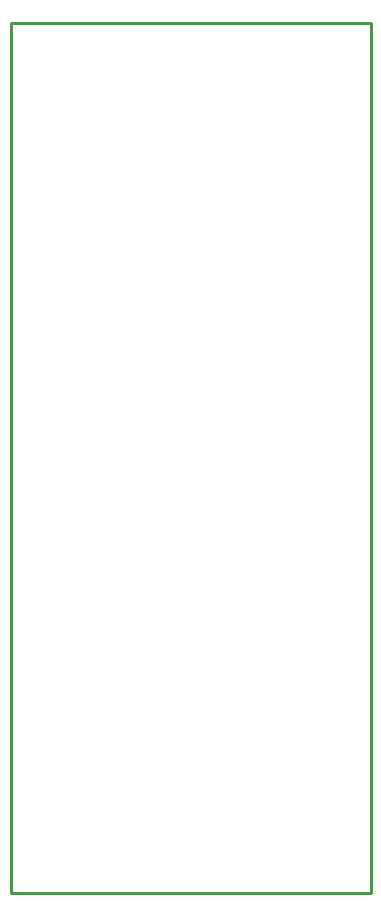
<source format=gbr>
G04 EAGLE Gerber X2 export*
%TF.Part,Single*%
%TF.FileFunction,Profile,NP*%
%TF.FilePolarity,Positive*%
%TF.GenerationSoftware,Autodesk,EAGLE,8.7.0*%
%TF.CreationDate,2018-05-28T14:24:44Z*%
G75*
%MOMM*%
%FSLAX34Y34*%
%LPD*%
%AMOC8*
5,1,8,0,0,1.08239X$1,22.5*%
G01*
%ADD10C,0.254000*%


D10*
X0Y0D02*
X304800Y0D01*
X304800Y736600D01*
X0Y736600D01*
X0Y0D01*
M02*

</source>
